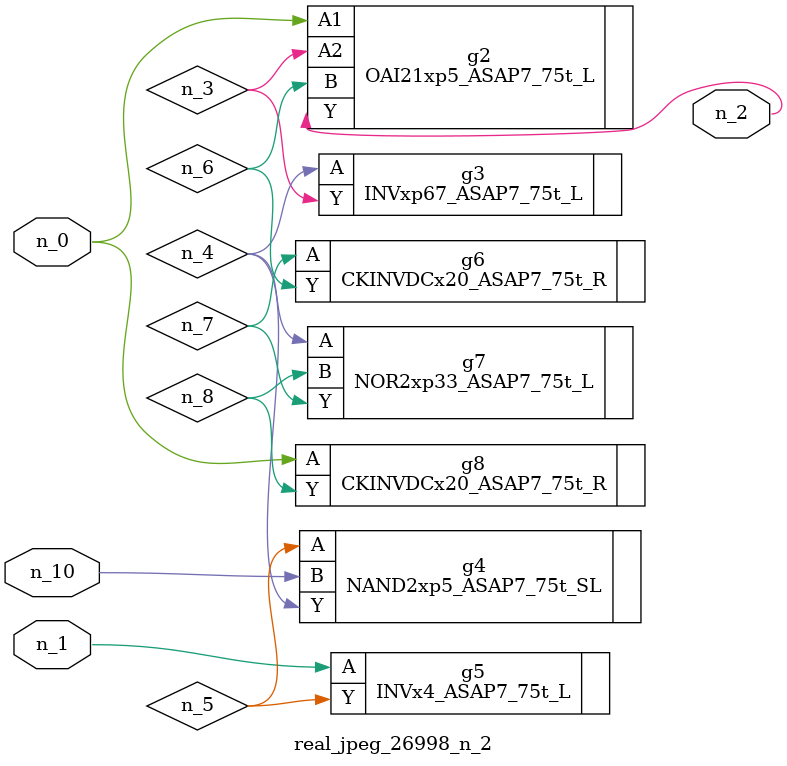
<source format=v>
module real_jpeg_26998_n_2 (n_1, n_10, n_0, n_2);

input n_1;
input n_10;
input n_0;

output n_2;

wire n_5;
wire n_4;
wire n_8;
wire n_6;
wire n_7;
wire n_3;

OAI21xp5_ASAP7_75t_L g2 ( 
.A1(n_0),
.A2(n_3),
.B(n_6),
.Y(n_2)
);

CKINVDCx20_ASAP7_75t_R g8 ( 
.A(n_0),
.Y(n_8)
);

INVx4_ASAP7_75t_L g5 ( 
.A(n_1),
.Y(n_5)
);

INVxp67_ASAP7_75t_L g3 ( 
.A(n_4),
.Y(n_3)
);

NOR2xp33_ASAP7_75t_L g7 ( 
.A(n_4),
.B(n_8),
.Y(n_7)
);

NAND2xp5_ASAP7_75t_SL g4 ( 
.A(n_5),
.B(n_10),
.Y(n_4)
);

CKINVDCx20_ASAP7_75t_R g6 ( 
.A(n_7),
.Y(n_6)
);


endmodule
</source>
